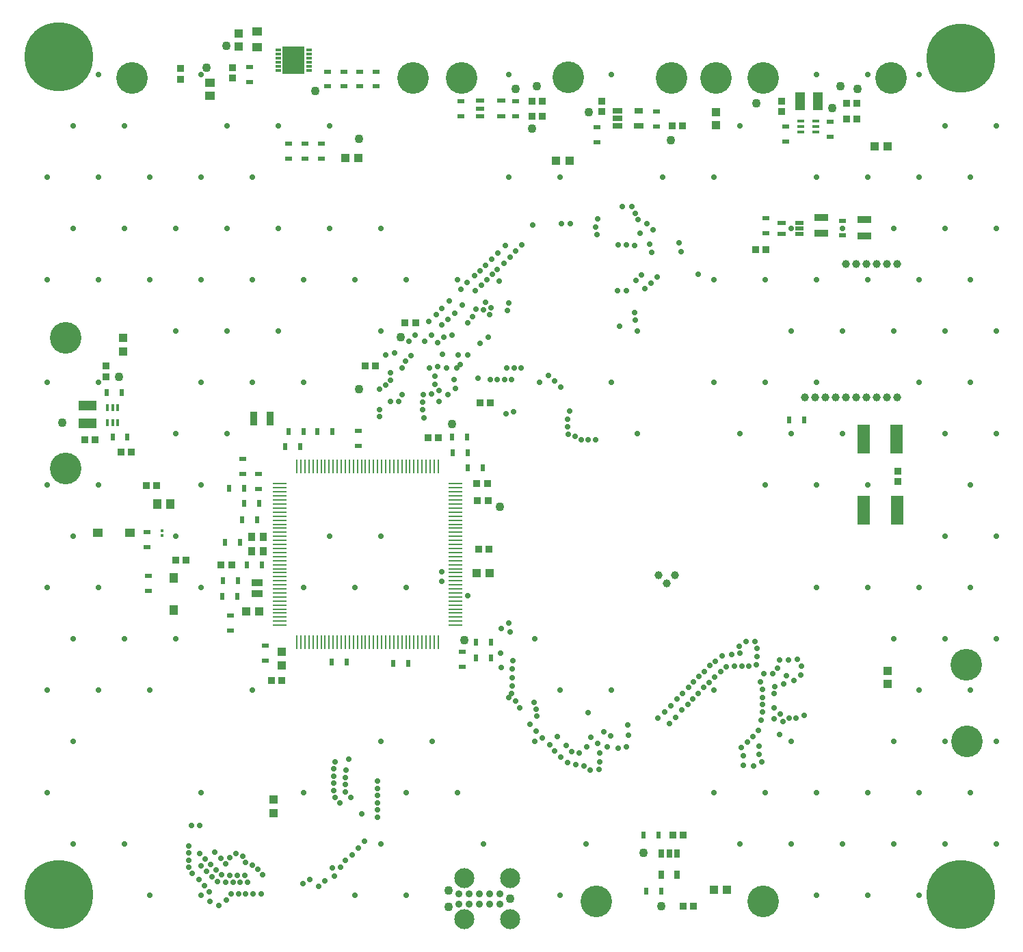
<source format=gbs>
G04*
G04 #@! TF.GenerationSoftware,Altium Limited,Altium Designer,24.2.2 (26)*
G04*
G04 Layer_Color=16711935*
%FSLAX25Y25*%
%MOIN*%
G70*
G04*
G04 #@! TF.SameCoordinates,68C129F3-C7C4-414E-B264-5C09C29A3FA5*
G04*
G04*
G04 #@! TF.FilePolarity,Negative*
G04*
G01*
G75*
%ADD23R,0.02200X0.03500*%
%ADD28R,0.03500X0.02200*%
%ADD33R,0.04331X0.02362*%
%ADD34R,0.03200X0.03500*%
%ADD35R,0.03600X0.06500*%
%ADD36R,0.06500X0.03600*%
%ADD37R,0.03500X0.03200*%
%ADD54R,0.04040X0.01875*%
%ADD66C,0.04337*%
%ADD67R,0.04140X0.03943*%
%ADD68R,0.03943X0.04140*%
%ADD69C,0.33471*%
%ADD70C,0.03960*%
%ADD71C,0.03943*%
%ADD72C,0.15400*%
%ADD73C,0.09750*%
%ADD74C,0.04300*%
%ADD75C,0.02900*%
%ADD76C,0.02800*%
%ADD77C,0.05400*%
%ADD108R,0.01181X0.01673*%
%ADD109R,0.04882X0.08740*%
%ADD110R,0.08740X0.04882*%
%ADD111R,0.04331X0.04921*%
%ADD112R,0.04921X0.04331*%
%ADD115R,0.03200X0.01200*%
%ADD118R,0.01100X0.06890*%
%ADD119R,0.06890X0.01100*%
%ADD122R,0.01200X0.03200*%
%ADD123R,0.04800X0.04100*%
%ADD124R,0.04100X0.04800*%
%ADD134R,0.03550X0.03943*%
%ADD135R,0.05500X0.03600*%
%ADD136R,0.04731X0.02762*%
%ADD137R,0.04337X0.02762*%
%ADD138R,0.02956X0.01184*%
%ADD139R,0.10633X0.13507*%
%ADD140C,0.03500*%
%ADD141R,0.05124X0.04337*%
%ADD142R,0.05912X0.14179*%
%ADD143R,0.02762X0.04337*%
D23*
X411750Y234001D02*
D03*
X404450D02*
D03*
X315550Y244100D02*
D03*
X322850D02*
D03*
X375450Y138600D02*
D03*
X368150D02*
D03*
X338250Y139200D02*
D03*
X345550D02*
D03*
X317259Y251434D02*
D03*
X324559D02*
D03*
X338543D02*
D03*
X331243D02*
D03*
X294450Y208500D02*
D03*
X301750D02*
D03*
X415950Y141100D02*
D03*
X408650D02*
D03*
X415800Y148750D02*
D03*
X408500D02*
D03*
X404300Y248800D02*
D03*
X397000D02*
D03*
X404400Y241351D02*
D03*
X397100D02*
D03*
X284950Y171101D02*
D03*
X292250D02*
D03*
X285050Y178901D02*
D03*
X292350D02*
D03*
X286250Y197700D02*
D03*
X293550D02*
D03*
X296950Y186500D02*
D03*
X304250D02*
D03*
X295550Y216500D02*
D03*
X302850D02*
D03*
X288050Y224000D02*
D03*
X295350D02*
D03*
X235900Y270501D02*
D03*
X228600D02*
D03*
X238650Y248801D02*
D03*
X231350D02*
D03*
X497413Y54884D02*
D03*
X490113D02*
D03*
X491590Y27521D02*
D03*
X498890D02*
D03*
X561295Y257289D02*
D03*
X568595D02*
D03*
D28*
X317100Y384450D02*
D03*
Y391750D02*
D03*
X401700Y136950D02*
D03*
Y144250D02*
D03*
X248200Y195100D02*
D03*
Y202400D02*
D03*
X248900Y173950D02*
D03*
Y181250D02*
D03*
X427800Y412451D02*
D03*
Y405151D02*
D03*
X305800Y139850D02*
D03*
Y147150D02*
D03*
X581300Y395150D02*
D03*
Y402450D02*
D03*
X496400Y407550D02*
D03*
Y400250D02*
D03*
X467600Y392650D02*
D03*
Y399950D02*
D03*
X401100Y412651D02*
D03*
Y405351D02*
D03*
X351300Y251750D02*
D03*
Y244450D02*
D03*
X325221Y391760D02*
D03*
Y384460D02*
D03*
X298021Y421860D02*
D03*
Y429160D02*
D03*
X336221Y419710D02*
D03*
Y427010D02*
D03*
X333200Y391750D02*
D03*
Y384450D02*
D03*
X302400Y230750D02*
D03*
Y223450D02*
D03*
X295000Y238100D02*
D03*
Y230800D02*
D03*
X288900Y154450D02*
D03*
Y161750D02*
D03*
X344088Y419710D02*
D03*
Y427010D02*
D03*
X559500Y392951D02*
D03*
Y400251D02*
D03*
X549689Y355427D02*
D03*
Y348127D02*
D03*
X587287Y347045D02*
D03*
Y354345D02*
D03*
X351955Y419710D02*
D03*
Y427010D02*
D03*
X359821Y419710D02*
D03*
Y427010D02*
D03*
D33*
X410600Y405261D02*
D03*
Y409001D02*
D03*
Y412741D02*
D03*
X420836D02*
D03*
Y405261D02*
D03*
D34*
X379050Y304400D02*
D03*
X373950D02*
D03*
X247900Y225100D02*
D03*
X253000D02*
D03*
X415650Y265500D02*
D03*
X410550D02*
D03*
X267150Y189000D02*
D03*
X262050D02*
D03*
X414100Y226300D02*
D03*
X409000D02*
D03*
X390150Y248700D02*
D03*
X385050D02*
D03*
X414800Y194200D02*
D03*
X409700D02*
D03*
X414400Y218000D02*
D03*
X409300D02*
D03*
X504509Y54884D02*
D03*
X509609D02*
D03*
X589050Y411701D02*
D03*
X594150D02*
D03*
X594200Y403901D02*
D03*
X589100D02*
D03*
X359500Y283400D02*
D03*
X354400D02*
D03*
X289350Y186401D02*
D03*
X284250D02*
D03*
X313800Y130300D02*
D03*
X308700D02*
D03*
X514550Y20301D02*
D03*
X509450D02*
D03*
X509250Y400600D02*
D03*
X504150D02*
D03*
X240650Y241701D02*
D03*
X235550D02*
D03*
X440900Y405201D02*
D03*
X435800D02*
D03*
X222850Y247601D02*
D03*
X217750D02*
D03*
X549778Y340262D02*
D03*
X544678D02*
D03*
X435800Y412701D02*
D03*
X440900D02*
D03*
D35*
X300250Y258001D02*
D03*
X308150D02*
D03*
D36*
X577000Y355950D02*
D03*
Y348050D02*
D03*
X598000Y346850D02*
D03*
Y354750D02*
D03*
D37*
X557500Y407450D02*
D03*
Y412550D02*
D03*
X264500Y428450D02*
D03*
Y423350D02*
D03*
X469900Y412651D02*
D03*
Y407551D02*
D03*
X228100Y283401D02*
D03*
Y278301D02*
D03*
X289821Y423860D02*
D03*
Y428960D02*
D03*
X614157Y232280D02*
D03*
Y227180D02*
D03*
D54*
X566323Y353155D02*
D03*
Y350596D02*
D03*
Y348037D02*
D03*
X557661Y353155D02*
D03*
Y348037D02*
D03*
D66*
X582100Y409201D02*
D03*
X351500Y394101D02*
D03*
X420200Y215000D02*
D03*
X503500Y393558D02*
D03*
X277222Y428860D02*
D03*
X396800Y255300D02*
D03*
X206700Y255801D02*
D03*
X435900Y399201D02*
D03*
X498988Y20238D02*
D03*
X490228Y46222D02*
D03*
X234400Y278301D02*
D03*
X463400Y407301D02*
D03*
X427700Y418501D02*
D03*
X438100Y420001D02*
D03*
X586100Y419801D02*
D03*
X545100Y411400D02*
D03*
X594500Y418500D02*
D03*
X371700Y297500D02*
D03*
X351500Y272300D02*
D03*
X403000Y150000D02*
D03*
X330176Y417400D02*
D03*
X286900Y439500D02*
D03*
D67*
X447552Y383600D02*
D03*
X454048D02*
D03*
X609248Y390500D02*
D03*
X602752D02*
D03*
X408700Y182501D02*
D03*
X415196D02*
D03*
X302848Y163900D02*
D03*
X296352D02*
D03*
X530996Y28301D02*
D03*
X524500D02*
D03*
X344773Y384710D02*
D03*
X351269D02*
D03*
D68*
X609300Y134948D02*
D03*
Y128452D02*
D03*
X313700Y137552D02*
D03*
Y144048D02*
D03*
X309700Y72196D02*
D03*
Y65700D02*
D03*
X525600Y407248D02*
D03*
Y400752D02*
D03*
X236400Y297148D02*
D03*
Y290652D02*
D03*
X292721Y439110D02*
D03*
Y445606D02*
D03*
D69*
X644685Y433563D02*
D03*
Y25984D02*
D03*
X205118D02*
D03*
Y434252D02*
D03*
D70*
X608980Y333195D02*
D03*
X613980D02*
D03*
X593980D02*
D03*
X588980D02*
D03*
X603980D02*
D03*
X598980D02*
D03*
X613980Y268195D02*
D03*
X598980D02*
D03*
X593980D02*
D03*
X608980D02*
D03*
X603980D02*
D03*
X578980D02*
D03*
X573980D02*
D03*
X568980D02*
D03*
X583980D02*
D03*
X588980D02*
D03*
D71*
X497600Y181501D02*
D03*
X505474D02*
D03*
X501537Y177564D02*
D03*
D72*
X647800Y100400D02*
D03*
X647342Y137992D02*
D03*
X208400Y297100D02*
D03*
Y233700D02*
D03*
X453500Y424100D02*
D03*
X401600Y423801D02*
D03*
X503900D02*
D03*
X548600D02*
D03*
X525600D02*
D03*
X610900D02*
D03*
X467100Y22600D02*
D03*
X548600D02*
D03*
X240800Y423801D02*
D03*
X377700D02*
D03*
D73*
X402800Y13801D02*
D03*
X425300D02*
D03*
X402800Y33801D02*
D03*
X425300D02*
D03*
D74*
X395300Y19805D02*
D03*
Y27797D02*
D03*
X425300Y23801D02*
D03*
D75*
X424496Y121972D02*
D03*
X424450Y314300D02*
D03*
X425200Y336700D02*
D03*
X428000Y339600D02*
D03*
X431000Y342700D02*
D03*
X422754Y342295D02*
D03*
X400921Y284138D02*
D03*
X409388Y277495D02*
D03*
X414341Y297559D02*
D03*
X410400Y294700D02*
D03*
X404600Y288800D02*
D03*
X399900D02*
D03*
X399073Y282487D02*
D03*
X517000Y328100D02*
D03*
X361648Y262283D02*
D03*
Y258783D02*
D03*
X467600Y347500D02*
D03*
X427000Y261200D02*
D03*
X423300Y260100D02*
D03*
X391700Y183100D02*
D03*
X391800Y178600D02*
D03*
X404500Y171500D02*
D03*
X420600Y143400D02*
D03*
X420800Y136700D02*
D03*
X426000Y123900D02*
D03*
X426100Y127700D02*
D03*
X426300Y131600D02*
D03*
Y136000D02*
D03*
X426400Y139900D02*
D03*
X425200Y154000D02*
D03*
X424600Y158100D02*
D03*
X421000Y155700D02*
D03*
X427966Y120202D02*
D03*
X429800Y117000D02*
D03*
X434900Y108900D02*
D03*
X437800Y105500D02*
D03*
X440900Y102200D02*
D03*
X444500Y98900D02*
D03*
X446900Y95900D02*
D03*
X450000Y92800D02*
D03*
X453100Y90200D02*
D03*
X457100Y89300D02*
D03*
X461069Y88380D02*
D03*
X464115Y86656D02*
D03*
X468600Y86900D02*
D03*
X468900Y90400D02*
D03*
Y94900D02*
D03*
X462600Y97800D02*
D03*
X458978Y94987D02*
D03*
X455100Y95600D02*
D03*
X452600Y98500D02*
D03*
X448082Y102859D02*
D03*
X438182Y112758D02*
D03*
X437887Y116246D02*
D03*
X436807Y119575D02*
D03*
X560700Y140100D02*
D03*
X556600Y140200D02*
D03*
X555400Y136300D02*
D03*
X553200Y133500D02*
D03*
X548900Y133600D02*
D03*
X547100Y129700D02*
D03*
X548100Y125900D02*
D03*
X548313Y122005D02*
D03*
Y118505D02*
D03*
Y115005D02*
D03*
X547600Y110800D02*
D03*
X546200Y106000D02*
D03*
X543600Y102900D02*
D03*
X540731Y100069D02*
D03*
X538000Y97500D02*
D03*
X538756Y93435D02*
D03*
X538900Y88900D02*
D03*
X543900Y88700D02*
D03*
X547800Y90700D02*
D03*
X546400Y94300D02*
D03*
X546600Y98200D02*
D03*
X556476Y103809D02*
D03*
X568504Y113091D02*
D03*
X564568Y112038D02*
D03*
X561068Y112020D02*
D03*
X558112Y110146D02*
D03*
X554000Y111400D02*
D03*
X556700Y114000D02*
D03*
X553887Y116820D02*
D03*
Y123820D02*
D03*
X554332Y127292D02*
D03*
X558400Y128400D02*
D03*
X560000Y132400D02*
D03*
X563600Y130200D02*
D03*
X566900Y132800D02*
D03*
X567100Y137100D02*
D03*
X565300Y140700D02*
D03*
X540100Y149300D02*
D03*
X536800Y147000D02*
D03*
X537100Y143500D02*
D03*
X533013Y142792D02*
D03*
X528500Y142100D02*
D03*
X525200Y139700D02*
D03*
X522500Y137400D02*
D03*
X520000Y134600D02*
D03*
X517300Y132200D02*
D03*
X514500Y129500D02*
D03*
X512100Y126800D02*
D03*
X509093Y123834D02*
D03*
X506400Y121100D02*
D03*
X503500Y118000D02*
D03*
X500400Y114900D02*
D03*
X497100Y111800D02*
D03*
X482600Y108600D02*
D03*
X482800Y103700D02*
D03*
X474200Y103300D02*
D03*
X470700Y105300D02*
D03*
X463100Y114500D02*
D03*
X464500Y102500D02*
D03*
X467800Y99500D02*
D03*
X472500Y97900D02*
D03*
X477800Y97300D02*
D03*
X481800Y97900D02*
D03*
X502700Y109100D02*
D03*
X505800Y112300D02*
D03*
X508900Y115800D02*
D03*
X511800Y118600D02*
D03*
X514300Y121300D02*
D03*
X516900Y123900D02*
D03*
X519500Y126800D02*
D03*
X522200Y129300D02*
D03*
X524800Y131800D02*
D03*
X527800Y134600D02*
D03*
X530600Y136800D02*
D03*
X534670Y137218D02*
D03*
X538170D02*
D03*
X541670Y137256D02*
D03*
X545085Y138022D02*
D03*
X545500Y142000D02*
D03*
Y145800D02*
D03*
X544400Y149300D02*
D03*
X386808Y269744D02*
D03*
X382800Y269700D02*
D03*
X382600Y265900D02*
D03*
Y262300D02*
D03*
X383100Y258200D02*
D03*
X390644Y266369D02*
D03*
X430573Y282487D02*
D03*
X427073D02*
D03*
X423573D02*
D03*
X394200Y282600D02*
D03*
X389900Y283300D02*
D03*
X388500Y278700D02*
D03*
X388600Y274700D02*
D03*
X390475Y271411D02*
D03*
X394900Y269600D02*
D03*
X398600Y272700D02*
D03*
X397839Y276913D02*
D03*
X415339D02*
D03*
X418839D02*
D03*
X422339D02*
D03*
X425839D02*
D03*
X439605Y275655D02*
D03*
X454200Y261400D02*
D03*
X453200Y257400D02*
D03*
Y253900D02*
D03*
X453351Y250342D02*
D03*
X456678Y249256D02*
D03*
X459786Y247647D02*
D03*
X463286Y247602D02*
D03*
X466786D02*
D03*
X449700Y273300D02*
D03*
X446800Y276100D02*
D03*
X444000Y279000D02*
D03*
X479900Y361100D02*
D03*
X467728Y355073D02*
D03*
X466800Y351300D02*
D03*
X477900Y342600D02*
D03*
X481800D02*
D03*
X485800Y342100D02*
D03*
X488364Y348196D02*
D03*
X493300Y342800D02*
D03*
X508500Y339200D02*
D03*
X507471Y343578D02*
D03*
X494800Y349800D02*
D03*
X491700Y352800D02*
D03*
X487502Y354787D02*
D03*
X486044Y357969D02*
D03*
X484628Y361170D02*
D03*
X494191Y338870D02*
D03*
X489300Y327900D02*
D03*
X486500Y325100D02*
D03*
X481900Y320300D02*
D03*
X477500D02*
D03*
X478400Y302900D02*
D03*
X486044Y305901D02*
D03*
X485876Y309397D02*
D03*
X490989Y321231D02*
D03*
X493700Y324000D02*
D03*
X496700Y327000D02*
D03*
X413300Y314600D02*
D03*
X415956Y311974D02*
D03*
X415181Y308560D02*
D03*
X412200Y311000D02*
D03*
X408400Y311100D02*
D03*
X406800Y307600D02*
D03*
X404449Y304610D02*
D03*
X396700Y298500D02*
D03*
X392847Y297650D02*
D03*
X389800Y294900D02*
D03*
X385700Y282400D02*
D03*
X392103Y289064D02*
D03*
X423900Y310500D02*
D03*
X420000Y324800D02*
D03*
X450200Y353000D02*
D03*
X436315Y352256D02*
D03*
X419300Y338700D02*
D03*
X416200Y335600D02*
D03*
X413200Y332700D02*
D03*
X410600Y330000D02*
D03*
X407905Y327446D02*
D03*
X404300Y324100D02*
D03*
X401300Y320900D02*
D03*
X395531Y315072D02*
D03*
X391900Y311500D02*
D03*
X389200Y308400D02*
D03*
X385631Y305172D02*
D03*
X378900Y298500D02*
D03*
X375700Y295500D02*
D03*
X368900Y290000D02*
D03*
X364500Y289000D02*
D03*
X366913Y280171D02*
D03*
Y276671D02*
D03*
X364345Y274294D02*
D03*
X361505Y272248D02*
D03*
X367000Y266300D02*
D03*
X370750Y266205D02*
D03*
X372400Y269700D02*
D03*
Y282700D02*
D03*
X374300Y285900D02*
D03*
X376924Y288583D02*
D03*
X383600Y295500D02*
D03*
X386823Y298482D02*
D03*
X391773Y303432D02*
D03*
X395000Y306300D02*
D03*
X398100Y309200D02*
D03*
X401673Y313332D02*
D03*
X408300Y320200D02*
D03*
X411300Y322900D02*
D03*
X413900Y325400D02*
D03*
X416522Y328181D02*
D03*
X418997Y330656D02*
D03*
X422200Y333500D02*
D03*
X454600Y352800D02*
D03*
X293587Y31787D02*
D03*
X290087D02*
D03*
X286587D02*
D03*
X282500Y32200D02*
D03*
X279700Y34700D02*
D03*
X277100Y37100D02*
D03*
X274500Y39900D02*
D03*
X269675Y59521D02*
D03*
X268340Y49582D02*
D03*
Y46082D02*
D03*
Y42582D02*
D03*
X268378Y39083D02*
D03*
X270301Y36158D02*
D03*
X273400Y33200D02*
D03*
X276300Y30100D02*
D03*
X278600Y27300D02*
D03*
X278700Y22600D02*
D03*
X283300Y20500D02*
D03*
X286800Y23200D02*
D03*
X289196Y26213D02*
D03*
X292696D02*
D03*
X296197D02*
D03*
X299696D02*
D03*
X303900Y26200D02*
D03*
X332000Y29900D02*
D03*
X334900Y32500D02*
D03*
X339500Y34900D02*
D03*
X338600Y38900D02*
D03*
X342500Y39200D02*
D03*
X344700Y42500D02*
D03*
X348200Y45200D02*
D03*
X351200Y48500D02*
D03*
X354261Y51969D02*
D03*
X360539Y63657D02*
D03*
Y67157D02*
D03*
Y70657D02*
D03*
Y74157D02*
D03*
Y77657D02*
D03*
Y81157D02*
D03*
X346529Y91977D02*
D03*
X339851Y90511D02*
D03*
X339113Y87089D02*
D03*
Y83589D02*
D03*
Y80089D02*
D03*
Y76589D02*
D03*
X339721Y73142D02*
D03*
X342144Y70616D02*
D03*
X304415Y35387D02*
D03*
X302216Y38109D02*
D03*
X299493Y40308D02*
D03*
X296200Y41494D02*
D03*
X294744Y44677D02*
D03*
X291412Y45749D02*
D03*
X288410Y43949D02*
D03*
X286566Y40975D02*
D03*
X284091Y43449D02*
D03*
X281200Y46400D02*
D03*
X273922Y59611D02*
D03*
X273900Y45900D02*
D03*
X276500Y43100D02*
D03*
X279100Y40500D02*
D03*
X281700Y37900D02*
D03*
X284500Y35700D02*
D03*
X288400Y35300D02*
D03*
X292200Y35200D02*
D03*
X296000D02*
D03*
X297270Y31850D02*
D03*
X324100Y31300D02*
D03*
X327400Y33100D02*
D03*
X352887Y65096D02*
D03*
X347500Y73100D02*
D03*
X344698Y75944D02*
D03*
X344687Y79444D02*
D03*
Y82944D02*
D03*
X345214Y86404D02*
D03*
D76*
X662008Y400591D02*
D03*
X649508Y375590D02*
D03*
X662008Y350590D02*
D03*
X649508Y325590D02*
D03*
X662008Y300590D02*
D03*
X649508Y275590D02*
D03*
X662008Y250590D02*
D03*
X649508Y225590D02*
D03*
X662008Y200591D02*
D03*
X649508Y175591D02*
D03*
X662008Y150591D02*
D03*
X649508Y125591D02*
D03*
X662008Y100591D02*
D03*
X649508Y75590D02*
D03*
X662008Y50591D02*
D03*
X624508Y425591D02*
D03*
X637008Y400591D02*
D03*
X624508Y375590D02*
D03*
X637008Y350590D02*
D03*
X624508Y325590D02*
D03*
X637008Y300590D02*
D03*
X624508Y275590D02*
D03*
X637008Y250590D02*
D03*
Y200591D02*
D03*
X624508Y175591D02*
D03*
X637008Y150591D02*
D03*
X624508Y125591D02*
D03*
X637008Y100591D02*
D03*
X624508Y75590D02*
D03*
X637008Y50591D02*
D03*
X624508Y25591D02*
D03*
X599508Y425591D02*
D03*
Y375590D02*
D03*
X612008Y350590D02*
D03*
X599508Y325590D02*
D03*
X612008Y300590D02*
D03*
X599508Y225590D02*
D03*
Y175591D02*
D03*
X612008Y150591D02*
D03*
Y100591D02*
D03*
X599508Y75590D02*
D03*
X612008Y50591D02*
D03*
X599508Y25591D02*
D03*
X574508Y425591D02*
D03*
Y375590D02*
D03*
X587008Y350590D02*
D03*
X574508Y325590D02*
D03*
X587008Y300590D02*
D03*
X574508Y275590D02*
D03*
X587008Y250590D02*
D03*
X574508Y225590D02*
D03*
Y175591D02*
D03*
Y75590D02*
D03*
X587008Y50591D02*
D03*
X574508Y25591D02*
D03*
X562008Y350590D02*
D03*
X549508Y325590D02*
D03*
X562008Y300590D02*
D03*
X549508Y275590D02*
D03*
X562008Y250590D02*
D03*
X549508Y225590D02*
D03*
X562008Y100591D02*
D03*
X549508Y75590D02*
D03*
X562008Y50591D02*
D03*
X537008Y400591D02*
D03*
X524508Y375590D02*
D03*
Y325590D02*
D03*
Y275590D02*
D03*
X537008Y250590D02*
D03*
X524508Y125591D02*
D03*
Y75590D02*
D03*
X537008Y50591D02*
D03*
X499508Y375590D02*
D03*
X474508Y425591D02*
D03*
X487008Y300590D02*
D03*
X474508Y275590D02*
D03*
X487008Y250590D02*
D03*
X474508Y125591D02*
D03*
X449508Y375590D02*
D03*
Y125591D02*
D03*
X462008Y50591D02*
D03*
X449508Y25591D02*
D03*
X424508Y425591D02*
D03*
Y375590D02*
D03*
X437008Y150591D02*
D03*
Y100591D02*
D03*
X399508Y325590D02*
D03*
Y75590D02*
D03*
X412008Y50591D02*
D03*
X374508Y325590D02*
D03*
Y175591D02*
D03*
X387008Y100591D02*
D03*
X374508Y75590D02*
D03*
Y25591D02*
D03*
X362008Y350590D02*
D03*
X349508Y325590D02*
D03*
X362008Y300590D02*
D03*
Y200591D02*
D03*
X349508Y175591D02*
D03*
X362008Y100591D02*
D03*
Y50591D02*
D03*
X349508Y25591D02*
D03*
X337008Y400591D02*
D03*
Y350590D02*
D03*
X324508Y325590D02*
D03*
Y275590D02*
D03*
X337008Y200591D02*
D03*
X324508Y175591D02*
D03*
Y75590D02*
D03*
X312008Y400591D02*
D03*
X299508Y375590D02*
D03*
X312008Y350590D02*
D03*
X299508Y325590D02*
D03*
X312008Y300590D02*
D03*
X299508Y275590D02*
D03*
Y125591D02*
D03*
X274508Y425591D02*
D03*
X287008Y400591D02*
D03*
X274508Y375590D02*
D03*
X287008Y350590D02*
D03*
X274508Y325590D02*
D03*
X287008Y300590D02*
D03*
X274508Y275590D02*
D03*
X287008Y250590D02*
D03*
X274508Y225590D02*
D03*
Y175591D02*
D03*
Y75590D02*
D03*
Y25591D02*
D03*
X249508Y375590D02*
D03*
X262008Y350590D02*
D03*
X249508Y325590D02*
D03*
X262008Y300590D02*
D03*
Y250590D02*
D03*
Y200591D02*
D03*
Y150591D02*
D03*
X249508Y125591D02*
D03*
Y25591D02*
D03*
X224508Y425591D02*
D03*
X237008Y400591D02*
D03*
X224508Y375590D02*
D03*
X237008Y350590D02*
D03*
X224508Y325590D02*
D03*
Y275590D02*
D03*
Y225590D02*
D03*
Y175591D02*
D03*
X237008Y150591D02*
D03*
X224508Y125591D02*
D03*
X237008Y50591D02*
D03*
X212008Y400591D02*
D03*
X199508Y375590D02*
D03*
X212008Y350590D02*
D03*
X199508Y325590D02*
D03*
Y275590D02*
D03*
Y225590D02*
D03*
X212008Y200591D02*
D03*
X199508Y175591D02*
D03*
X212008Y150591D02*
D03*
X199508Y125591D02*
D03*
X212008Y100591D02*
D03*
X199508Y75590D02*
D03*
X212008Y50591D02*
D03*
D77*
X644685Y446161D02*
D03*
Y420965D02*
D03*
X657283Y433563D02*
D03*
X632087D02*
D03*
X654134Y441831D02*
D03*
X635630Y442224D02*
D03*
X636024Y424508D02*
D03*
X654528Y425689D02*
D03*
X644685Y38583D02*
D03*
Y13386D02*
D03*
X657283Y25984D02*
D03*
X632087D02*
D03*
X654134Y34252D02*
D03*
X635630Y34646D02*
D03*
X636024Y16929D02*
D03*
X654528Y18110D02*
D03*
X205118Y38583D02*
D03*
Y13386D02*
D03*
X217717Y25984D02*
D03*
X192520D02*
D03*
X214567Y34252D02*
D03*
X196063Y34646D02*
D03*
X196457Y16929D02*
D03*
X214961Y18110D02*
D03*
X205118Y446850D02*
D03*
Y421654D02*
D03*
X217717Y434252D02*
D03*
X192520D02*
D03*
X214567Y442520D02*
D03*
X196063Y442913D02*
D03*
X196457Y425197D02*
D03*
X214961Y426378D02*
D03*
D108*
X255403Y200748D02*
D03*
Y203207D02*
D03*
D109*
X566509Y412401D02*
D03*
X575091D02*
D03*
D110*
X219300Y255609D02*
D03*
Y264192D02*
D03*
D111*
X253150Y216101D02*
D03*
X259450D02*
D03*
D112*
X278721Y415161D02*
D03*
Y421460D02*
D03*
D115*
X574100Y402819D02*
D03*
Y400260D02*
D03*
Y397701D02*
D03*
X566800D02*
D03*
Y400260D02*
D03*
Y402819D02*
D03*
D118*
X321194Y234416D02*
D03*
X323162D02*
D03*
X325131D02*
D03*
X327099D02*
D03*
X329068D02*
D03*
X331036D02*
D03*
X333005D02*
D03*
X334973D02*
D03*
X336942D02*
D03*
X338910D02*
D03*
X340879D02*
D03*
X342847D02*
D03*
X344816D02*
D03*
X346784D02*
D03*
X348753D02*
D03*
X350722D02*
D03*
X352690D02*
D03*
X354659D02*
D03*
X356627D02*
D03*
X358595D02*
D03*
X360564D02*
D03*
X362532D02*
D03*
X364501D02*
D03*
X366470D02*
D03*
X368438D02*
D03*
X370407D02*
D03*
X372375D02*
D03*
X374343D02*
D03*
X376312D02*
D03*
X378280D02*
D03*
X380249D02*
D03*
X382218D02*
D03*
X384186D02*
D03*
X386155D02*
D03*
X388123D02*
D03*
X390091D02*
D03*
Y148766D02*
D03*
X388123D02*
D03*
X386155D02*
D03*
X384186D02*
D03*
X382218D02*
D03*
X380249D02*
D03*
X378280D02*
D03*
X376312D02*
D03*
X374343D02*
D03*
X372375D02*
D03*
X370407D02*
D03*
X368438D02*
D03*
X366470D02*
D03*
X364501D02*
D03*
X362532D02*
D03*
X360564D02*
D03*
X358595D02*
D03*
X356627D02*
D03*
X354659D02*
D03*
X352690D02*
D03*
X350722D02*
D03*
X348753D02*
D03*
X346784D02*
D03*
X344816D02*
D03*
X342847D02*
D03*
X340879D02*
D03*
X338910D02*
D03*
X336942D02*
D03*
X334973D02*
D03*
X333005D02*
D03*
X331036D02*
D03*
X329068D02*
D03*
X327099D02*
D03*
X325131D02*
D03*
X323162D02*
D03*
X321194D02*
D03*
D119*
X312818Y157143D02*
D03*
Y159111D02*
D03*
Y161080D02*
D03*
Y163048D02*
D03*
Y165017D02*
D03*
Y166985D02*
D03*
Y168954D02*
D03*
Y170922D02*
D03*
Y172891D02*
D03*
Y174859D02*
D03*
Y176828D02*
D03*
Y178796D02*
D03*
Y180765D02*
D03*
Y182733D02*
D03*
Y184702D02*
D03*
Y186670D02*
D03*
Y188639D02*
D03*
Y190607D02*
D03*
Y192576D02*
D03*
Y194544D02*
D03*
Y196513D02*
D03*
Y198481D02*
D03*
Y200450D02*
D03*
Y202418D02*
D03*
Y204387D02*
D03*
Y206355D02*
D03*
Y208324D02*
D03*
Y210292D02*
D03*
Y212261D02*
D03*
Y214229D02*
D03*
Y216198D02*
D03*
Y218166D02*
D03*
Y220135D02*
D03*
Y222103D02*
D03*
Y224072D02*
D03*
Y226040D02*
D03*
X398468D02*
D03*
Y224072D02*
D03*
Y222103D02*
D03*
Y220135D02*
D03*
Y218166D02*
D03*
Y216198D02*
D03*
Y214229D02*
D03*
Y212261D02*
D03*
Y210292D02*
D03*
Y208324D02*
D03*
Y206355D02*
D03*
Y204387D02*
D03*
Y202418D02*
D03*
Y200450D02*
D03*
Y198481D02*
D03*
Y196513D02*
D03*
Y194544D02*
D03*
Y192576D02*
D03*
Y190607D02*
D03*
Y188639D02*
D03*
Y186670D02*
D03*
Y184702D02*
D03*
Y182733D02*
D03*
Y180765D02*
D03*
Y178796D02*
D03*
Y176828D02*
D03*
Y174859D02*
D03*
Y172891D02*
D03*
Y170922D02*
D03*
Y168954D02*
D03*
Y166985D02*
D03*
Y165017D02*
D03*
Y163048D02*
D03*
Y161080D02*
D03*
Y159111D02*
D03*
Y157143D02*
D03*
D122*
X228841Y263251D02*
D03*
X231400D02*
D03*
X233959D02*
D03*
Y255951D02*
D03*
X231400D02*
D03*
X228841D02*
D03*
D123*
X224150Y202300D02*
D03*
X239850D02*
D03*
D124*
X261300Y164600D02*
D03*
Y180300D02*
D03*
D134*
X299046Y193059D02*
D03*
Y200343D02*
D03*
X304754D02*
D03*
Y193059D02*
D03*
D135*
X301700Y172401D02*
D03*
Y178001D02*
D03*
D136*
X477448Y400472D02*
D03*
Y404213D02*
D03*
Y407953D02*
D03*
X487684Y400472D02*
D03*
D137*
Y407953D02*
D03*
D138*
X327121Y437453D02*
D03*
Y435484D02*
D03*
Y433516D02*
D03*
Y431547D02*
D03*
Y429579D02*
D03*
Y427610D02*
D03*
X312161Y437453D02*
D03*
Y435484D02*
D03*
Y433516D02*
D03*
Y431547D02*
D03*
Y429579D02*
D03*
Y427610D02*
D03*
D139*
X319641Y432532D02*
D03*
D140*
X420300Y26301D02*
D03*
X415300D02*
D03*
X410300D02*
D03*
X405300D02*
D03*
X400300D02*
D03*
Y21301D02*
D03*
X405300D02*
D03*
X410300D02*
D03*
X415300D02*
D03*
X420300D02*
D03*
D141*
X301921Y438710D02*
D03*
Y446584D02*
D03*
D142*
X597622Y213293D02*
D03*
X613764D02*
D03*
X597524Y248037D02*
D03*
X613665D02*
D03*
D143*
X498988Y46025D02*
D03*
X502728D02*
D03*
X506468D02*
D03*
Y35395D02*
D03*
X498988D02*
D03*
M02*

</source>
